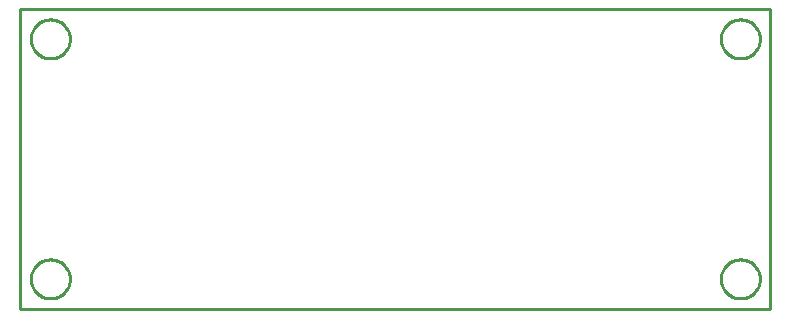
<source format=gbr>
G04 EAGLE Gerber RS-274X export*
G75*
%MOMM*%
%FSLAX34Y34*%
%LPD*%
%IN*%
%IPPOS*%
%AMOC8*
5,1,8,0,0,1.08239X$1,22.5*%
G01*
%ADD10C,0.254000*%


D10*
X0Y0D02*
X635000Y0D01*
X635000Y254000D01*
X0Y254000D01*
X0Y0D01*
X626110Y228060D02*
X626039Y226981D01*
X625898Y225909D01*
X625687Y224849D01*
X625408Y223805D01*
X625060Y222781D01*
X624646Y221783D01*
X624168Y220813D01*
X623628Y219877D01*
X623027Y218978D01*
X622369Y218121D01*
X621657Y217308D01*
X620892Y216544D01*
X620079Y215831D01*
X619222Y215173D01*
X618323Y214572D01*
X617387Y214032D01*
X616417Y213554D01*
X615419Y213140D01*
X614395Y212792D01*
X613351Y212513D01*
X612291Y212302D01*
X611219Y212161D01*
X610140Y212090D01*
X609060Y212090D01*
X607981Y212161D01*
X606909Y212302D01*
X605849Y212513D01*
X604805Y212792D01*
X603781Y213140D01*
X602783Y213554D01*
X601813Y214032D01*
X600877Y214572D01*
X599978Y215173D01*
X599121Y215831D01*
X598308Y216544D01*
X597544Y217308D01*
X596831Y218121D01*
X596173Y218978D01*
X595572Y219877D01*
X595032Y220813D01*
X594554Y221783D01*
X594140Y222781D01*
X593792Y223805D01*
X593513Y224849D01*
X593302Y225909D01*
X593161Y226981D01*
X593090Y228060D01*
X593090Y229140D01*
X593161Y230219D01*
X593302Y231291D01*
X593513Y232351D01*
X593792Y233395D01*
X594140Y234419D01*
X594554Y235417D01*
X595032Y236387D01*
X595572Y237323D01*
X596173Y238222D01*
X596831Y239079D01*
X597544Y239892D01*
X598308Y240657D01*
X599121Y241369D01*
X599978Y242027D01*
X600877Y242628D01*
X601813Y243168D01*
X602783Y243646D01*
X603781Y244060D01*
X604805Y244408D01*
X605849Y244687D01*
X606909Y244898D01*
X607981Y245039D01*
X609060Y245110D01*
X610140Y245110D01*
X611219Y245039D01*
X612291Y244898D01*
X613351Y244687D01*
X614395Y244408D01*
X615419Y244060D01*
X616417Y243646D01*
X617387Y243168D01*
X618323Y242628D01*
X619222Y242027D01*
X620079Y241369D01*
X620892Y240657D01*
X621657Y239892D01*
X622369Y239079D01*
X623027Y238222D01*
X623628Y237323D01*
X624168Y236387D01*
X624646Y235417D01*
X625060Y234419D01*
X625408Y233395D01*
X625687Y232351D01*
X625898Y231291D01*
X626039Y230219D01*
X626110Y229140D01*
X626110Y228060D01*
X626110Y24860D02*
X626039Y23781D01*
X625898Y22709D01*
X625687Y21649D01*
X625408Y20605D01*
X625060Y19581D01*
X624646Y18583D01*
X624168Y17613D01*
X623628Y16677D01*
X623027Y15778D01*
X622369Y14921D01*
X621657Y14108D01*
X620892Y13344D01*
X620079Y12631D01*
X619222Y11973D01*
X618323Y11372D01*
X617387Y10832D01*
X616417Y10354D01*
X615419Y9940D01*
X614395Y9592D01*
X613351Y9313D01*
X612291Y9102D01*
X611219Y8961D01*
X610140Y8890D01*
X609060Y8890D01*
X607981Y8961D01*
X606909Y9102D01*
X605849Y9313D01*
X604805Y9592D01*
X603781Y9940D01*
X602783Y10354D01*
X601813Y10832D01*
X600877Y11372D01*
X599978Y11973D01*
X599121Y12631D01*
X598308Y13344D01*
X597544Y14108D01*
X596831Y14921D01*
X596173Y15778D01*
X595572Y16677D01*
X595032Y17613D01*
X594554Y18583D01*
X594140Y19581D01*
X593792Y20605D01*
X593513Y21649D01*
X593302Y22709D01*
X593161Y23781D01*
X593090Y24860D01*
X593090Y25940D01*
X593161Y27019D01*
X593302Y28091D01*
X593513Y29151D01*
X593792Y30195D01*
X594140Y31219D01*
X594554Y32217D01*
X595032Y33187D01*
X595572Y34123D01*
X596173Y35022D01*
X596831Y35879D01*
X597544Y36692D01*
X598308Y37457D01*
X599121Y38169D01*
X599978Y38827D01*
X600877Y39428D01*
X601813Y39968D01*
X602783Y40446D01*
X603781Y40860D01*
X604805Y41208D01*
X605849Y41487D01*
X606909Y41698D01*
X607981Y41839D01*
X609060Y41910D01*
X610140Y41910D01*
X611219Y41839D01*
X612291Y41698D01*
X613351Y41487D01*
X614395Y41208D01*
X615419Y40860D01*
X616417Y40446D01*
X617387Y39968D01*
X618323Y39428D01*
X619222Y38827D01*
X620079Y38169D01*
X620892Y37457D01*
X621657Y36692D01*
X622369Y35879D01*
X623027Y35022D01*
X623628Y34123D01*
X624168Y33187D01*
X624646Y32217D01*
X625060Y31219D01*
X625408Y30195D01*
X625687Y29151D01*
X625898Y28091D01*
X626039Y27019D01*
X626110Y25940D01*
X626110Y24860D01*
X41910Y24860D02*
X41839Y23781D01*
X41698Y22709D01*
X41487Y21649D01*
X41208Y20605D01*
X40860Y19581D01*
X40446Y18583D01*
X39968Y17613D01*
X39428Y16677D01*
X38827Y15778D01*
X38169Y14921D01*
X37457Y14108D01*
X36692Y13344D01*
X35879Y12631D01*
X35022Y11973D01*
X34123Y11372D01*
X33187Y10832D01*
X32217Y10354D01*
X31219Y9940D01*
X30195Y9592D01*
X29151Y9313D01*
X28091Y9102D01*
X27019Y8961D01*
X25940Y8890D01*
X24860Y8890D01*
X23781Y8961D01*
X22709Y9102D01*
X21649Y9313D01*
X20605Y9592D01*
X19581Y9940D01*
X18583Y10354D01*
X17613Y10832D01*
X16677Y11372D01*
X15778Y11973D01*
X14921Y12631D01*
X14108Y13344D01*
X13344Y14108D01*
X12631Y14921D01*
X11973Y15778D01*
X11372Y16677D01*
X10832Y17613D01*
X10354Y18583D01*
X9940Y19581D01*
X9592Y20605D01*
X9313Y21649D01*
X9102Y22709D01*
X8961Y23781D01*
X8890Y24860D01*
X8890Y25940D01*
X8961Y27019D01*
X9102Y28091D01*
X9313Y29151D01*
X9592Y30195D01*
X9940Y31219D01*
X10354Y32217D01*
X10832Y33187D01*
X11372Y34123D01*
X11973Y35022D01*
X12631Y35879D01*
X13344Y36692D01*
X14108Y37457D01*
X14921Y38169D01*
X15778Y38827D01*
X16677Y39428D01*
X17613Y39968D01*
X18583Y40446D01*
X19581Y40860D01*
X20605Y41208D01*
X21649Y41487D01*
X22709Y41698D01*
X23781Y41839D01*
X24860Y41910D01*
X25940Y41910D01*
X27019Y41839D01*
X28091Y41698D01*
X29151Y41487D01*
X30195Y41208D01*
X31219Y40860D01*
X32217Y40446D01*
X33187Y39968D01*
X34123Y39428D01*
X35022Y38827D01*
X35879Y38169D01*
X36692Y37457D01*
X37457Y36692D01*
X38169Y35879D01*
X38827Y35022D01*
X39428Y34123D01*
X39968Y33187D01*
X40446Y32217D01*
X40860Y31219D01*
X41208Y30195D01*
X41487Y29151D01*
X41698Y28091D01*
X41839Y27019D01*
X41910Y25940D01*
X41910Y24860D01*
X41910Y228060D02*
X41839Y226981D01*
X41698Y225909D01*
X41487Y224849D01*
X41208Y223805D01*
X40860Y222781D01*
X40446Y221783D01*
X39968Y220813D01*
X39428Y219877D01*
X38827Y218978D01*
X38169Y218121D01*
X37457Y217308D01*
X36692Y216544D01*
X35879Y215831D01*
X35022Y215173D01*
X34123Y214572D01*
X33187Y214032D01*
X32217Y213554D01*
X31219Y213140D01*
X30195Y212792D01*
X29151Y212513D01*
X28091Y212302D01*
X27019Y212161D01*
X25940Y212090D01*
X24860Y212090D01*
X23781Y212161D01*
X22709Y212302D01*
X21649Y212513D01*
X20605Y212792D01*
X19581Y213140D01*
X18583Y213554D01*
X17613Y214032D01*
X16677Y214572D01*
X15778Y215173D01*
X14921Y215831D01*
X14108Y216544D01*
X13344Y217308D01*
X12631Y218121D01*
X11973Y218978D01*
X11372Y219877D01*
X10832Y220813D01*
X10354Y221783D01*
X9940Y222781D01*
X9592Y223805D01*
X9313Y224849D01*
X9102Y225909D01*
X8961Y226981D01*
X8890Y228060D01*
X8890Y229140D01*
X8961Y230219D01*
X9102Y231291D01*
X9313Y232351D01*
X9592Y233395D01*
X9940Y234419D01*
X10354Y235417D01*
X10832Y236387D01*
X11372Y237323D01*
X11973Y238222D01*
X12631Y239079D01*
X13344Y239892D01*
X14108Y240657D01*
X14921Y241369D01*
X15778Y242027D01*
X16677Y242628D01*
X17613Y243168D01*
X18583Y243646D01*
X19581Y244060D01*
X20605Y244408D01*
X21649Y244687D01*
X22709Y244898D01*
X23781Y245039D01*
X24860Y245110D01*
X25940Y245110D01*
X27019Y245039D01*
X28091Y244898D01*
X29151Y244687D01*
X30195Y244408D01*
X31219Y244060D01*
X32217Y243646D01*
X33187Y243168D01*
X34123Y242628D01*
X35022Y242027D01*
X35879Y241369D01*
X36692Y240657D01*
X37457Y239892D01*
X38169Y239079D01*
X38827Y238222D01*
X39428Y237323D01*
X39968Y236387D01*
X40446Y235417D01*
X40860Y234419D01*
X41208Y233395D01*
X41487Y232351D01*
X41698Y231291D01*
X41839Y230219D01*
X41910Y229140D01*
X41910Y228060D01*
M02*

</source>
